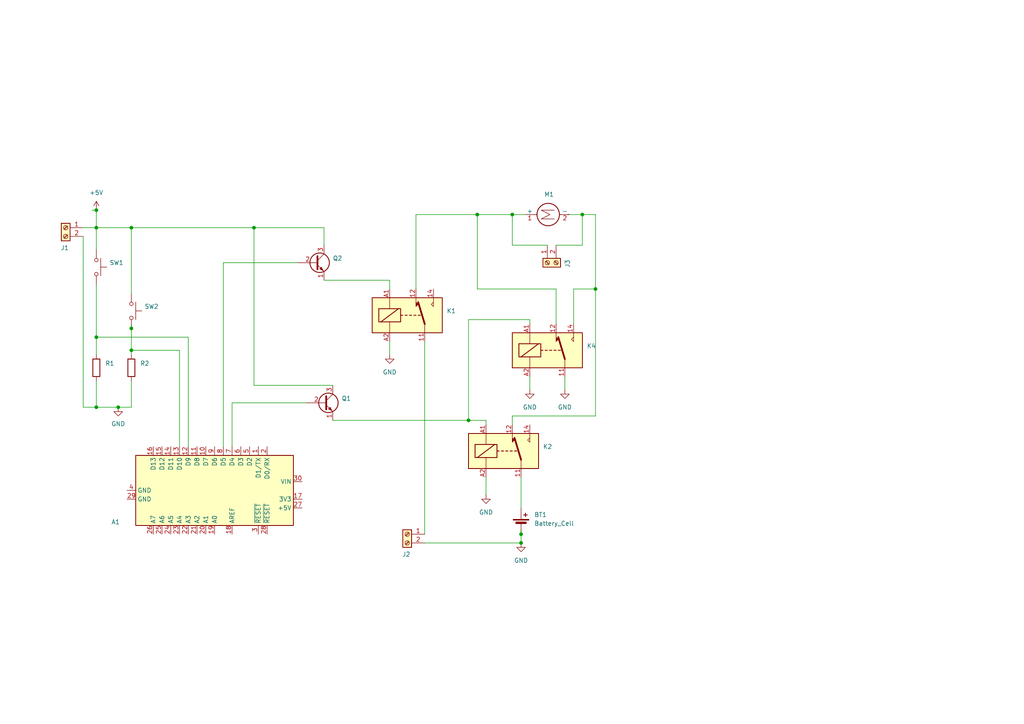
<source format=kicad_sch>
(kicad_sch
	(version 20231120)
	(generator "eeschema")
	(generator_version "8.0")
	(uuid "9732f290-064f-4008-8c00-e80d6a81918c")
	(paper "A4")
	(title_block
		(title "CAMBIO DE GIRO MOTOR")
		(date "12-OCT-2024")
		(rev "V1")
		(company "TESJI")
	)
	(lib_symbols
		(symbol "Connector:Screw_Terminal_01x02"
			(pin_names
				(offset 1.016) hide)
			(exclude_from_sim no)
			(in_bom yes)
			(on_board yes)
			(property "Reference" "J"
				(at 0 2.54 0)
				(effects
					(font
						(size 1.27 1.27)
					)
				)
			)
			(property "Value" "Screw_Terminal_01x02"
				(at 0 -5.08 0)
				(effects
					(font
						(size 1.27 1.27)
					)
				)
			)
			(property "Footprint" ""
				(at 0 0 0)
				(effects
					(font
						(size 1.27 1.27)
					)
					(hide yes)
				)
			)
			(property "Datasheet" "~"
				(at 0 0 0)
				(effects
					(font
						(size 1.27 1.27)
					)
					(hide yes)
				)
			)
			(property "Description" "Generic screw terminal, single row, 01x02, script generated (kicad-library-utils/schlib/autogen/connector/)"
				(at 0 0 0)
				(effects
					(font
						(size 1.27 1.27)
					)
					(hide yes)
				)
			)
			(property "ki_keywords" "screw terminal"
				(at 0 0 0)
				(effects
					(font
						(size 1.27 1.27)
					)
					(hide yes)
				)
			)
			(property "ki_fp_filters" "TerminalBlock*:*"
				(at 0 0 0)
				(effects
					(font
						(size 1.27 1.27)
					)
					(hide yes)
				)
			)
			(symbol "Screw_Terminal_01x02_1_1"
				(rectangle
					(start -1.27 1.27)
					(end 1.27 -3.81)
					(stroke
						(width 0.254)
						(type default)
					)
					(fill
						(type background)
					)
				)
				(circle
					(center 0 -2.54)
					(radius 0.635)
					(stroke
						(width 0.1524)
						(type default)
					)
					(fill
						(type none)
					)
				)
				(polyline
					(pts
						(xy -0.5334 -2.2098) (xy 0.3302 -3.048)
					)
					(stroke
						(width 0.1524)
						(type default)
					)
					(fill
						(type none)
					)
				)
				(polyline
					(pts
						(xy -0.5334 0.3302) (xy 0.3302 -0.508)
					)
					(stroke
						(width 0.1524)
						(type default)
					)
					(fill
						(type none)
					)
				)
				(polyline
					(pts
						(xy -0.3556 -2.032) (xy 0.508 -2.8702)
					)
					(stroke
						(width 0.1524)
						(type default)
					)
					(fill
						(type none)
					)
				)
				(polyline
					(pts
						(xy -0.3556 0.508) (xy 0.508 -0.3302)
					)
					(stroke
						(width 0.1524)
						(type default)
					)
					(fill
						(type none)
					)
				)
				(circle
					(center 0 0)
					(radius 0.635)
					(stroke
						(width 0.1524)
						(type default)
					)
					(fill
						(type none)
					)
				)
				(pin passive line
					(at -5.08 0 0)
					(length 3.81)
					(name "Pin_1"
						(effects
							(font
								(size 1.27 1.27)
							)
						)
					)
					(number "1"
						(effects
							(font
								(size 1.27 1.27)
							)
						)
					)
				)
				(pin passive line
					(at -5.08 -2.54 0)
					(length 3.81)
					(name "Pin_2"
						(effects
							(font
								(size 1.27 1.27)
							)
						)
					)
					(number "2"
						(effects
							(font
								(size 1.27 1.27)
							)
						)
					)
				)
			)
		)
		(symbol "Device:Battery_Cell"
			(pin_numbers hide)
			(pin_names
				(offset 0) hide)
			(exclude_from_sim no)
			(in_bom yes)
			(on_board yes)
			(property "Reference" "BT"
				(at 2.54 2.54 0)
				(effects
					(font
						(size 1.27 1.27)
					)
					(justify left)
				)
			)
			(property "Value" "Battery_Cell"
				(at 2.54 0 0)
				(effects
					(font
						(size 1.27 1.27)
					)
					(justify left)
				)
			)
			(property "Footprint" ""
				(at 0 1.524 90)
				(effects
					(font
						(size 1.27 1.27)
					)
					(hide yes)
				)
			)
			(property "Datasheet" "~"
				(at 0 1.524 90)
				(effects
					(font
						(size 1.27 1.27)
					)
					(hide yes)
				)
			)
			(property "Description" "Single-cell battery"
				(at 0 0 0)
				(effects
					(font
						(size 1.27 1.27)
					)
					(hide yes)
				)
			)
			(property "ki_keywords" "battery cell"
				(at 0 0 0)
				(effects
					(font
						(size 1.27 1.27)
					)
					(hide yes)
				)
			)
			(symbol "Battery_Cell_0_1"
				(rectangle
					(start -2.286 1.778)
					(end 2.286 1.524)
					(stroke
						(width 0)
						(type default)
					)
					(fill
						(type outline)
					)
				)
				(rectangle
					(start -1.524 1.016)
					(end 1.524 0.508)
					(stroke
						(width 0)
						(type default)
					)
					(fill
						(type outline)
					)
				)
				(polyline
					(pts
						(xy 0 0.762) (xy 0 0)
					)
					(stroke
						(width 0)
						(type default)
					)
					(fill
						(type none)
					)
				)
				(polyline
					(pts
						(xy 0 1.778) (xy 0 2.54)
					)
					(stroke
						(width 0)
						(type default)
					)
					(fill
						(type none)
					)
				)
				(polyline
					(pts
						(xy 0.762 3.048) (xy 1.778 3.048)
					)
					(stroke
						(width 0.254)
						(type default)
					)
					(fill
						(type none)
					)
				)
				(polyline
					(pts
						(xy 1.27 3.556) (xy 1.27 2.54)
					)
					(stroke
						(width 0.254)
						(type default)
					)
					(fill
						(type none)
					)
				)
			)
			(symbol "Battery_Cell_1_1"
				(pin passive line
					(at 0 5.08 270)
					(length 2.54)
					(name "+"
						(effects
							(font
								(size 1.27 1.27)
							)
						)
					)
					(number "1"
						(effects
							(font
								(size 1.27 1.27)
							)
						)
					)
				)
				(pin passive line
					(at 0 -2.54 90)
					(length 2.54)
					(name "-"
						(effects
							(font
								(size 1.27 1.27)
							)
						)
					)
					(number "2"
						(effects
							(font
								(size 1.27 1.27)
							)
						)
					)
				)
			)
		)
		(symbol "Device:R"
			(pin_numbers hide)
			(pin_names
				(offset 0)
			)
			(exclude_from_sim no)
			(in_bom yes)
			(on_board yes)
			(property "Reference" "R"
				(at 2.032 0 90)
				(effects
					(font
						(size 1.27 1.27)
					)
				)
			)
			(property "Value" "R"
				(at 0 0 90)
				(effects
					(font
						(size 1.27 1.27)
					)
				)
			)
			(property "Footprint" ""
				(at -1.778 0 90)
				(effects
					(font
						(size 1.27 1.27)
					)
					(hide yes)
				)
			)
			(property "Datasheet" "~"
				(at 0 0 0)
				(effects
					(font
						(size 1.27 1.27)
					)
					(hide yes)
				)
			)
			(property "Description" "Resistor"
				(at 0 0 0)
				(effects
					(font
						(size 1.27 1.27)
					)
					(hide yes)
				)
			)
			(property "ki_keywords" "R res resistor"
				(at 0 0 0)
				(effects
					(font
						(size 1.27 1.27)
					)
					(hide yes)
				)
			)
			(property "ki_fp_filters" "R_*"
				(at 0 0 0)
				(effects
					(font
						(size 1.27 1.27)
					)
					(hide yes)
				)
			)
			(symbol "R_0_1"
				(rectangle
					(start -1.016 -2.54)
					(end 1.016 2.54)
					(stroke
						(width 0.254)
						(type default)
					)
					(fill
						(type none)
					)
				)
			)
			(symbol "R_1_1"
				(pin passive line
					(at 0 3.81 270)
					(length 1.27)
					(name "~"
						(effects
							(font
								(size 1.27 1.27)
							)
						)
					)
					(number "1"
						(effects
							(font
								(size 1.27 1.27)
							)
						)
					)
				)
				(pin passive line
					(at 0 -3.81 90)
					(length 1.27)
					(name "~"
						(effects
							(font
								(size 1.27 1.27)
							)
						)
					)
					(number "2"
						(effects
							(font
								(size 1.27 1.27)
							)
						)
					)
				)
			)
		)
		(symbol "MCU_Module:Arduino_Nano_v2.x"
			(exclude_from_sim no)
			(in_bom yes)
			(on_board yes)
			(property "Reference" "A"
				(at -10.16 23.495 0)
				(effects
					(font
						(size 1.27 1.27)
					)
					(justify left bottom)
				)
			)
			(property "Value" "Arduino_Nano_v2.x"
				(at 5.08 -24.13 0)
				(effects
					(font
						(size 1.27 1.27)
					)
					(justify left top)
				)
			)
			(property "Footprint" "Module:Arduino_Nano"
				(at 0 0 0)
				(effects
					(font
						(size 1.27 1.27)
						(italic yes)
					)
					(hide yes)
				)
			)
			(property "Datasheet" "https://www.arduino.cc/en/uploads/Main/ArduinoNanoManual23.pdf"
				(at 0 0 0)
				(effects
					(font
						(size 1.27 1.27)
					)
					(hide yes)
				)
			)
			(property "Description" "Arduino Nano v2.x"
				(at 0 0 0)
				(effects
					(font
						(size 1.27 1.27)
					)
					(hide yes)
				)
			)
			(property "ki_keywords" "Arduino nano microcontroller module USB"
				(at 0 0 0)
				(effects
					(font
						(size 1.27 1.27)
					)
					(hide yes)
				)
			)
			(property "ki_fp_filters" "Arduino*Nano*"
				(at 0 0 0)
				(effects
					(font
						(size 1.27 1.27)
					)
					(hide yes)
				)
			)
			(symbol "Arduino_Nano_v2.x_0_1"
				(rectangle
					(start -10.16 22.86)
					(end 10.16 -22.86)
					(stroke
						(width 0.254)
						(type default)
					)
					(fill
						(type background)
					)
				)
			)
			(symbol "Arduino_Nano_v2.x_1_1"
				(pin bidirectional line
					(at -12.7 12.7 0)
					(length 2.54)
					(name "D1/TX"
						(effects
							(font
								(size 1.27 1.27)
							)
						)
					)
					(number "1"
						(effects
							(font
								(size 1.27 1.27)
							)
						)
					)
				)
				(pin bidirectional line
					(at -12.7 -2.54 0)
					(length 2.54)
					(name "D7"
						(effects
							(font
								(size 1.27 1.27)
							)
						)
					)
					(number "10"
						(effects
							(font
								(size 1.27 1.27)
							)
						)
					)
				)
				(pin bidirectional line
					(at -12.7 -5.08 0)
					(length 2.54)
					(name "D8"
						(effects
							(font
								(size 1.27 1.27)
							)
						)
					)
					(number "11"
						(effects
							(font
								(size 1.27 1.27)
							)
						)
					)
				)
				(pin bidirectional line
					(at -12.7 -7.62 0)
					(length 2.54)
					(name "D9"
						(effects
							(font
								(size 1.27 1.27)
							)
						)
					)
					(number "12"
						(effects
							(font
								(size 1.27 1.27)
							)
						)
					)
				)
				(pin bidirectional line
					(at -12.7 -10.16 0)
					(length 2.54)
					(name "D10"
						(effects
							(font
								(size 1.27 1.27)
							)
						)
					)
					(number "13"
						(effects
							(font
								(size 1.27 1.27)
							)
						)
					)
				)
				(pin bidirectional line
					(at -12.7 -12.7 0)
					(length 2.54)
					(name "D11"
						(effects
							(font
								(size 1.27 1.27)
							)
						)
					)
					(number "14"
						(effects
							(font
								(size 1.27 1.27)
							)
						)
					)
				)
				(pin bidirectional line
					(at -12.7 -15.24 0)
					(length 2.54)
					(name "D12"
						(effects
							(font
								(size 1.27 1.27)
							)
						)
					)
					(number "15"
						(effects
							(font
								(size 1.27 1.27)
							)
						)
					)
				)
				(pin bidirectional line
					(at -12.7 -17.78 0)
					(length 2.54)
					(name "D13"
						(effects
							(font
								(size 1.27 1.27)
							)
						)
					)
					(number "16"
						(effects
							(font
								(size 1.27 1.27)
							)
						)
					)
				)
				(pin power_out line
					(at 2.54 25.4 270)
					(length 2.54)
					(name "3V3"
						(effects
							(font
								(size 1.27 1.27)
							)
						)
					)
					(number "17"
						(effects
							(font
								(size 1.27 1.27)
							)
						)
					)
				)
				(pin input line
					(at 12.7 5.08 180)
					(length 2.54)
					(name "AREF"
						(effects
							(font
								(size 1.27 1.27)
							)
						)
					)
					(number "18"
						(effects
							(font
								(size 1.27 1.27)
							)
						)
					)
				)
				(pin bidirectional line
					(at 12.7 0 180)
					(length 2.54)
					(name "A0"
						(effects
							(font
								(size 1.27 1.27)
							)
						)
					)
					(number "19"
						(effects
							(font
								(size 1.27 1.27)
							)
						)
					)
				)
				(pin bidirectional line
					(at -12.7 15.24 0)
					(length 2.54)
					(name "D0/RX"
						(effects
							(font
								(size 1.27 1.27)
							)
						)
					)
					(number "2"
						(effects
							(font
								(size 1.27 1.27)
							)
						)
					)
				)
				(pin bidirectional line
					(at 12.7 -2.54 180)
					(length 2.54)
					(name "A1"
						(effects
							(font
								(size 1.27 1.27)
							)
						)
					)
					(number "20"
						(effects
							(font
								(size 1.27 1.27)
							)
						)
					)
				)
				(pin bidirectional line
					(at 12.7 -5.08 180)
					(length 2.54)
					(name "A2"
						(effects
							(font
								(size 1.27 1.27)
							)
						)
					)
					(number "21"
						(effects
							(font
								(size 1.27 1.27)
							)
						)
					)
				)
				(pin bidirectional line
					(at 12.7 -7.62 180)
					(length 2.54)
					(name "A3"
						(effects
							(font
								(size 1.27 1.27)
							)
						)
					)
					(number "22"
						(effects
							(font
								(size 1.27 1.27)
							)
						)
					)
				)
				(pin bidirectional line
					(at 12.7 -10.16 180)
					(length 2.54)
					(name "A4"
						(effects
							(font
								(size 1.27 1.27)
							)
						)
					)
					(number "23"
						(effects
							(font
								(size 1.27 1.27)
							)
						)
					)
				)
				(pin bidirectional line
					(at 12.7 -12.7 180)
					(length 2.54)
					(name "A5"
						(effects
							(font
								(size 1.27 1.27)
							)
						)
					)
					(number "24"
						(effects
							(font
								(size 1.27 1.27)
							)
						)
					)
				)
				(pin bidirectional line
					(at 12.7 -15.24 180)
					(length 2.54)
					(name "A6"
						(effects
							(font
								(size 1.27 1.27)
							)
						)
					)
					(number "25"
						(effects
							(font
								(size 1.27 1.27)
							)
						)
					)
				)
				(pin bidirectional line
					(at 12.7 -17.78 180)
					(length 2.54)
					(name "A7"
						(effects
							(font
								(size 1.27 1.27)
							)
						)
					)
					(number "26"
						(effects
							(font
								(size 1.27 1.27)
							)
						)
					)
				)
				(pin power_out line
					(at 5.08 25.4 270)
					(length 2.54)
					(name "+5V"
						(effects
							(font
								(size 1.27 1.27)
							)
						)
					)
					(number "27"
						(effects
							(font
								(size 1.27 1.27)
							)
						)
					)
				)
				(pin input line
					(at 12.7 15.24 180)
					(length 2.54)
					(name "~{RESET}"
						(effects
							(font
								(size 1.27 1.27)
							)
						)
					)
					(number "28"
						(effects
							(font
								(size 1.27 1.27)
							)
						)
					)
				)
				(pin power_in line
					(at 2.54 -25.4 90)
					(length 2.54)
					(name "GND"
						(effects
							(font
								(size 1.27 1.27)
							)
						)
					)
					(number "29"
						(effects
							(font
								(size 1.27 1.27)
							)
						)
					)
				)
				(pin input line
					(at 12.7 12.7 180)
					(length 2.54)
					(name "~{RESET}"
						(effects
							(font
								(size 1.27 1.27)
							)
						)
					)
					(number "3"
						(effects
							(font
								(size 1.27 1.27)
							)
						)
					)
				)
				(pin power_in line
					(at -2.54 25.4 270)
					(length 2.54)
					(name "VIN"
						(effects
							(font
								(size 1.27 1.27)
							)
						)
					)
					(number "30"
						(effects
							(font
								(size 1.27 1.27)
							)
						)
					)
				)
				(pin power_in line
					(at 0 -25.4 90)
					(length 2.54)
					(name "GND"
						(effects
							(font
								(size 1.27 1.27)
							)
						)
					)
					(number "4"
						(effects
							(font
								(size 1.27 1.27)
							)
						)
					)
				)
				(pin bidirectional line
					(at -12.7 10.16 0)
					(length 2.54)
					(name "D2"
						(effects
							(font
								(size 1.27 1.27)
							)
						)
					)
					(number "5"
						(effects
							(font
								(size 1.27 1.27)
							)
						)
					)
				)
				(pin bidirectional line
					(at -12.7 7.62 0)
					(length 2.54)
					(name "D3"
						(effects
							(font
								(size 1.27 1.27)
							)
						)
					)
					(number "6"
						(effects
							(font
								(size 1.27 1.27)
							)
						)
					)
				)
				(pin bidirectional line
					(at -12.7 5.08 0)
					(length 2.54)
					(name "D4"
						(effects
							(font
								(size 1.27 1.27)
							)
						)
					)
					(number "7"
						(effects
							(font
								(size 1.27 1.27)
							)
						)
					)
				)
				(pin bidirectional line
					(at -12.7 2.54 0)
					(length 2.54)
					(name "D5"
						(effects
							(font
								(size 1.27 1.27)
							)
						)
					)
					(number "8"
						(effects
							(font
								(size 1.27 1.27)
							)
						)
					)
				)
				(pin bidirectional line
					(at -12.7 0 0)
					(length 2.54)
					(name "D6"
						(effects
							(font
								(size 1.27 1.27)
							)
						)
					)
					(number "9"
						(effects
							(font
								(size 1.27 1.27)
							)
						)
					)
				)
			)
		)
		(symbol "Motor:Motor_DC"
			(pin_names
				(offset 0)
			)
			(exclude_from_sim no)
			(in_bom yes)
			(on_board yes)
			(property "Reference" "M"
				(at 2.54 2.54 0)
				(effects
					(font
						(size 1.27 1.27)
					)
					(justify left)
				)
			)
			(property "Value" "Motor_DC"
				(at 2.54 -5.08 0)
				(effects
					(font
						(size 1.27 1.27)
					)
					(justify left top)
				)
			)
			(property "Footprint" ""
				(at 0 -2.286 0)
				(effects
					(font
						(size 1.27 1.27)
					)
					(hide yes)
				)
			)
			(property "Datasheet" "~"
				(at 0 -2.286 0)
				(effects
					(font
						(size 1.27 1.27)
					)
					(hide yes)
				)
			)
			(property "Description" "DC Motor"
				(at 0 0 0)
				(effects
					(font
						(size 1.27 1.27)
					)
					(hide yes)
				)
			)
			(property "ki_keywords" "DC Motor"
				(at 0 0 0)
				(effects
					(font
						(size 1.27 1.27)
					)
					(hide yes)
				)
			)
			(property "ki_fp_filters" "PinHeader*P2.54mm* TerminalBlock*"
				(at 0 0 0)
				(effects
					(font
						(size 1.27 1.27)
					)
					(hide yes)
				)
			)
			(symbol "Motor_DC_0_0"
				(polyline
					(pts
						(xy -1.27 -3.302) (xy -1.27 0.508) (xy 0 -2.032) (xy 1.27 0.508) (xy 1.27 -3.302)
					)
					(stroke
						(width 0)
						(type default)
					)
					(fill
						(type none)
					)
				)
			)
			(symbol "Motor_DC_0_1"
				(circle
					(center 0 -1.524)
					(radius 3.2512)
					(stroke
						(width 0.254)
						(type default)
					)
					(fill
						(type none)
					)
				)
				(polyline
					(pts
						(xy 0 -7.62) (xy 0 -7.112)
					)
					(stroke
						(width 0)
						(type default)
					)
					(fill
						(type none)
					)
				)
				(polyline
					(pts
						(xy 0 -4.7752) (xy 0 -5.1816)
					)
					(stroke
						(width 0)
						(type default)
					)
					(fill
						(type none)
					)
				)
				(polyline
					(pts
						(xy 0 1.7272) (xy 0 2.0828)
					)
					(stroke
						(width 0)
						(type default)
					)
					(fill
						(type none)
					)
				)
				(polyline
					(pts
						(xy 0 2.032) (xy 0 2.54)
					)
					(stroke
						(width 0)
						(type default)
					)
					(fill
						(type none)
					)
				)
			)
			(symbol "Motor_DC_1_1"
				(pin passive line
					(at 0 5.08 270)
					(length 2.54)
					(name "+"
						(effects
							(font
								(size 1.27 1.27)
							)
						)
					)
					(number "1"
						(effects
							(font
								(size 1.27 1.27)
							)
						)
					)
				)
				(pin passive line
					(at 0 -7.62 90)
					(length 2.54)
					(name "-"
						(effects
							(font
								(size 1.27 1.27)
							)
						)
					)
					(number "2"
						(effects
							(font
								(size 1.27 1.27)
							)
						)
					)
				)
			)
		)
		(symbol "Relay:Fujitsu_FTR-LYCA005x"
			(exclude_from_sim no)
			(in_bom yes)
			(on_board yes)
			(property "Reference" "K"
				(at 11.43 3.81 0)
				(effects
					(font
						(size 1.27 1.27)
					)
					(justify left)
				)
			)
			(property "Value" "Fujitsu_FTR-LYCA005x"
				(at 11.43 1.27 0)
				(effects
					(font
						(size 1.27 1.27)
					)
					(justify left)
				)
			)
			(property "Footprint" "Relay_THT:Relay_SPDT_Fujitsu_FTR-LYCA005x_FormC_Vertical"
				(at 11.43 -1.27 0)
				(effects
					(font
						(size 1.27 1.27)
					)
					(justify left)
					(hide yes)
				)
			)
			(property "Datasheet" "https://www.fujitsu.com/sg/imagesgig5/ftr-ly.pdf"
				(at 16.51 -3.81 0)
				(effects
					(font
						(size 1.27 1.27)
					)
					(justify left)
					(hide yes)
				)
			)
			(property "Description" "Relay, SPDT Form C, vertical mount, 5-60V coil, 6A, 250VAC, 28 x 5 x 15mm"
				(at 0 0 0)
				(effects
					(font
						(size 1.27 1.27)
					)
					(hide yes)
				)
			)
			(property "ki_keywords" "6A SPDT Relay"
				(at 0 0 0)
				(effects
					(font
						(size 1.27 1.27)
					)
					(hide yes)
				)
			)
			(property "ki_fp_filters" "Relay*Fujitsu*FTR?LYC*"
				(at 0 0 0)
				(effects
					(font
						(size 1.27 1.27)
					)
					(hide yes)
				)
			)
			(symbol "Fujitsu_FTR-LYCA005x_0_0"
				(polyline
					(pts
						(xy 7.62 5.08) (xy 7.62 2.54) (xy 6.985 3.175) (xy 7.62 3.81)
					)
					(stroke
						(width 0)
						(type default)
					)
					(fill
						(type none)
					)
				)
			)
			(symbol "Fujitsu_FTR-LYCA005x_0_1"
				(rectangle
					(start -10.16 5.08)
					(end 10.16 -5.08)
					(stroke
						(width 0.254)
						(type default)
					)
					(fill
						(type background)
					)
				)
				(rectangle
					(start -8.255 1.905)
					(end -1.905 -1.905)
					(stroke
						(width 0.254)
						(type default)
					)
					(fill
						(type none)
					)
				)
				(polyline
					(pts
						(xy -7.62 -1.905) (xy -2.54 1.905)
					)
					(stroke
						(width 0.254)
						(type default)
					)
					(fill
						(type none)
					)
				)
				(polyline
					(pts
						(xy -5.08 -5.08) (xy -5.08 -1.905)
					)
					(stroke
						(width 0)
						(type default)
					)
					(fill
						(type none)
					)
				)
				(polyline
					(pts
						(xy -5.08 5.08) (xy -5.08 1.905)
					)
					(stroke
						(width 0)
						(type default)
					)
					(fill
						(type none)
					)
				)
				(polyline
					(pts
						(xy -1.905 0) (xy -1.27 0)
					)
					(stroke
						(width 0.254)
						(type default)
					)
					(fill
						(type none)
					)
				)
				(polyline
					(pts
						(xy -0.635 0) (xy 0 0)
					)
					(stroke
						(width 0.254)
						(type default)
					)
					(fill
						(type none)
					)
				)
				(polyline
					(pts
						(xy 0.635 0) (xy 1.27 0)
					)
					(stroke
						(width 0.254)
						(type default)
					)
					(fill
						(type none)
					)
				)
				(polyline
					(pts
						(xy 1.905 0) (xy 2.54 0)
					)
					(stroke
						(width 0.254)
						(type default)
					)
					(fill
						(type none)
					)
				)
				(polyline
					(pts
						(xy 3.175 0) (xy 3.81 0)
					)
					(stroke
						(width 0.254)
						(type default)
					)
					(fill
						(type none)
					)
				)
				(polyline
					(pts
						(xy 5.08 -2.54) (xy 3.175 3.81)
					)
					(stroke
						(width 0.508)
						(type default)
					)
					(fill
						(type none)
					)
				)
				(polyline
					(pts
						(xy 5.08 -2.54) (xy 5.08 -5.08)
					)
					(stroke
						(width 0)
						(type default)
					)
					(fill
						(type none)
					)
				)
				(polyline
					(pts
						(xy 2.54 5.08) (xy 2.54 2.54) (xy 3.175 3.175) (xy 2.54 3.81)
					)
					(stroke
						(width 0)
						(type default)
					)
					(fill
						(type outline)
					)
				)
			)
			(symbol "Fujitsu_FTR-LYCA005x_1_1"
				(pin passive line
					(at 5.08 -7.62 90)
					(length 2.54)
					(name "~"
						(effects
							(font
								(size 1.27 1.27)
							)
						)
					)
					(number "11"
						(effects
							(font
								(size 1.27 1.27)
							)
						)
					)
				)
				(pin passive line
					(at 2.54 7.62 270)
					(length 2.54)
					(name "~"
						(effects
							(font
								(size 1.27 1.27)
							)
						)
					)
					(number "12"
						(effects
							(font
								(size 1.27 1.27)
							)
						)
					)
				)
				(pin passive line
					(at 7.62 7.62 270)
					(length 2.54)
					(name "~"
						(effects
							(font
								(size 1.27 1.27)
							)
						)
					)
					(number "14"
						(effects
							(font
								(size 1.27 1.27)
							)
						)
					)
				)
				(pin passive line
					(at -5.08 7.62 270)
					(length 2.54)
					(name "~"
						(effects
							(font
								(size 1.27 1.27)
							)
						)
					)
					(number "A1"
						(effects
							(font
								(size 1.27 1.27)
							)
						)
					)
				)
				(pin passive line
					(at -5.08 -7.62 90)
					(length 2.54)
					(name "~"
						(effects
							(font
								(size 1.27 1.27)
							)
						)
					)
					(number "A2"
						(effects
							(font
								(size 1.27 1.27)
							)
						)
					)
				)
			)
		)
		(symbol "Switch:SW_Push"
			(pin_numbers hide)
			(pin_names
				(offset 1.016) hide)
			(exclude_from_sim no)
			(in_bom yes)
			(on_board yes)
			(property "Reference" "SW"
				(at 1.27 2.54 0)
				(effects
					(font
						(size 1.27 1.27)
					)
					(justify left)
				)
			)
			(property "Value" "SW_Push"
				(at 0 -1.524 0)
				(effects
					(font
						(size 1.27 1.27)
					)
				)
			)
			(property "Footprint" ""
				(at 0 5.08 0)
				(effects
					(font
						(size 1.27 1.27)
					)
					(hide yes)
				)
			)
			(property "Datasheet" "~"
				(at 0 5.08 0)
				(effects
					(font
						(size 1.27 1.27)
					)
					(hide yes)
				)
			)
			(property "Description" "Push button switch, generic, two pins"
				(at 0 0 0)
				(effects
					(font
						(size 1.27 1.27)
					)
					(hide yes)
				)
			)
			(property "ki_keywords" "switch normally-open pushbutton push-button"
				(at 0 0 0)
				(effects
					(font
						(size 1.27 1.27)
					)
					(hide yes)
				)
			)
			(symbol "SW_Push_0_1"
				(circle
					(center -2.032 0)
					(radius 0.508)
					(stroke
						(width 0)
						(type default)
					)
					(fill
						(type none)
					)
				)
				(polyline
					(pts
						(xy 0 1.27) (xy 0 3.048)
					)
					(stroke
						(width 0)
						(type default)
					)
					(fill
						(type none)
					)
				)
				(polyline
					(pts
						(xy 2.54 1.27) (xy -2.54 1.27)
					)
					(stroke
						(width 0)
						(type default)
					)
					(fill
						(type none)
					)
				)
				(circle
					(center 2.032 0)
					(radius 0.508)
					(stroke
						(width 0)
						(type default)
					)
					(fill
						(type none)
					)
				)
				(pin passive line
					(at -5.08 0 0)
					(length 2.54)
					(name "1"
						(effects
							(font
								(size 1.27 1.27)
							)
						)
					)
					(number "1"
						(effects
							(font
								(size 1.27 1.27)
							)
						)
					)
				)
				(pin passive line
					(at 5.08 0 180)
					(length 2.54)
					(name "2"
						(effects
							(font
								(size 1.27 1.27)
							)
						)
					)
					(number "2"
						(effects
							(font
								(size 1.27 1.27)
							)
						)
					)
				)
			)
		)
		(symbol "Transistor_BJT:BC107"
			(pin_names
				(offset 0) hide)
			(exclude_from_sim no)
			(in_bom yes)
			(on_board yes)
			(property "Reference" "Q"
				(at 5.08 1.905 0)
				(effects
					(font
						(size 1.27 1.27)
					)
					(justify left)
				)
			)
			(property "Value" "BC107"
				(at 5.08 0 0)
				(effects
					(font
						(size 1.27 1.27)
					)
					(justify left)
				)
			)
			(property "Footprint" "Package_TO_SOT_THT:TO-18-3"
				(at 5.08 -1.905 0)
				(effects
					(font
						(size 1.27 1.27)
						(italic yes)
					)
					(justify left)
					(hide yes)
				)
			)
			(property "Datasheet" "http://www.b-kainka.de/Daten/Transistor/BC108.pdf"
				(at 0 0 0)
				(effects
					(font
						(size 1.27 1.27)
					)
					(justify left)
					(hide yes)
				)
			)
			(property "Description" "0.1A Ic, 50V Vce, Low Noise General Purpose NPN Transistor, TO-18"
				(at 0 0 0)
				(effects
					(font
						(size 1.27 1.27)
					)
					(hide yes)
				)
			)
			(property "ki_keywords" "NPN low noise transistor"
				(at 0 0 0)
				(effects
					(font
						(size 1.27 1.27)
					)
					(hide yes)
				)
			)
			(property "ki_fp_filters" "TO?18*"
				(at 0 0 0)
				(effects
					(font
						(size 1.27 1.27)
					)
					(hide yes)
				)
			)
			(symbol "BC107_0_1"
				(polyline
					(pts
						(xy 0.635 0.635) (xy 2.54 2.54)
					)
					(stroke
						(width 0)
						(type default)
					)
					(fill
						(type none)
					)
				)
				(polyline
					(pts
						(xy 0.635 -0.635) (xy 2.54 -2.54) (xy 2.54 -2.54)
					)
					(stroke
						(width 0)
						(type default)
					)
					(fill
						(type none)
					)
				)
				(polyline
					(pts
						(xy 0.635 1.905) (xy 0.635 -1.905) (xy 0.635 -1.905)
					)
					(stroke
						(width 0.508)
						(type default)
					)
					(fill
						(type none)
					)
				)
				(polyline
					(pts
						(xy 1.27 -1.778) (xy 1.778 -1.27) (xy 2.286 -2.286) (xy 1.27 -1.778) (xy 1.27 -1.778)
					)
					(stroke
						(width 0)
						(type default)
					)
					(fill
						(type outline)
					)
				)
				(circle
					(center 1.27 0)
					(radius 2.8194)
					(stroke
						(width 0.254)
						(type default)
					)
					(fill
						(type none)
					)
				)
			)
			(symbol "BC107_1_1"
				(pin passive line
					(at 2.54 -5.08 90)
					(length 2.54)
					(name "E"
						(effects
							(font
								(size 1.27 1.27)
							)
						)
					)
					(number "1"
						(effects
							(font
								(size 1.27 1.27)
							)
						)
					)
				)
				(pin input line
					(at -5.08 0 0)
					(length 5.715)
					(name "B"
						(effects
							(font
								(size 1.27 1.27)
							)
						)
					)
					(number "2"
						(effects
							(font
								(size 1.27 1.27)
							)
						)
					)
				)
				(pin passive line
					(at 2.54 5.08 270)
					(length 2.54)
					(name "C"
						(effects
							(font
								(size 1.27 1.27)
							)
						)
					)
					(number "3"
						(effects
							(font
								(size 1.27 1.27)
							)
						)
					)
				)
			)
		)
		(symbol "power:+5V"
			(power)
			(pin_numbers hide)
			(pin_names
				(offset 0) hide)
			(exclude_from_sim no)
			(in_bom yes)
			(on_board yes)
			(property "Reference" "#PWR"
				(at 0 -3.81 0)
				(effects
					(font
						(size 1.27 1.27)
					)
					(hide yes)
				)
			)
			(property "Value" "+5V"
				(at 0 3.556 0)
				(effects
					(font
						(size 1.27 1.27)
					)
				)
			)
			(property "Footprint" ""
				(at 0 0 0)
				(effects
					(font
						(size 1.27 1.27)
					)
					(hide yes)
				)
			)
			(property "Datasheet" ""
				(at 0 0 0)
				(effects
					(font
						(size 1.27 1.27)
					)
					(hide yes)
				)
			)
			(property "Description" "Power symbol creates a global label with name \"+5V\""
				(at 0 0 0)
				(effects
					(font
						(size 1.27 1.27)
					)
					(hide yes)
				)
			)
			(property "ki_keywords" "global power"
				(at 0 0 0)
				(effects
					(font
						(size 1.27 1.27)
					)
					(hide yes)
				)
			)
			(symbol "+5V_0_1"
				(polyline
					(pts
						(xy -0.762 1.27) (xy 0 2.54)
					)
					(stroke
						(width 0)
						(type default)
					)
					(fill
						(type none)
					)
				)
				(polyline
					(pts
						(xy 0 0) (xy 0 2.54)
					)
					(stroke
						(width 0)
						(type default)
					)
					(fill
						(type none)
					)
				)
				(polyline
					(pts
						(xy 0 2.54) (xy 0.762 1.27)
					)
					(stroke
						(width 0)
						(type default)
					)
					(fill
						(type none)
					)
				)
			)
			(symbol "+5V_1_1"
				(pin power_in line
					(at 0 0 90)
					(length 0)
					(name "~"
						(effects
							(font
								(size 1.27 1.27)
							)
						)
					)
					(number "1"
						(effects
							(font
								(size 1.27 1.27)
							)
						)
					)
				)
			)
		)
		(symbol "power:GND"
			(power)
			(pin_numbers hide)
			(pin_names
				(offset 0) hide)
			(exclude_from_sim no)
			(in_bom yes)
			(on_board yes)
			(property "Reference" "#PWR"
				(at 0 -6.35 0)
				(effects
					(font
						(size 1.27 1.27)
					)
					(hide yes)
				)
			)
			(property "Value" "GND"
				(at 0 -3.81 0)
				(effects
					(font
						(size 1.27 1.27)
					)
				)
			)
			(property "Footprint" ""
				(at 0 0 0)
				(effects
					(font
						(size 1.27 1.27)
					)
					(hide yes)
				)
			)
			(property "Datasheet" ""
				(at 0 0 0)
				(effects
					(font
						(size 1.27 1.27)
					)
					(hide yes)
				)
			)
			(property "Description" "Power symbol creates a global label with name \"GND\" , ground"
				(at 0 0 0)
				(effects
					(font
						(size 1.27 1.27)
					)
					(hide yes)
				)
			)
			(property "ki_keywords" "global power"
				(at 0 0 0)
				(effects
					(font
						(size 1.27 1.27)
					)
					(hide yes)
				)
			)
			(symbol "GND_0_1"
				(polyline
					(pts
						(xy 0 0) (xy 0 -1.27) (xy 1.27 -1.27) (xy 0 -2.54) (xy -1.27 -1.27) (xy 0 -1.27)
					)
					(stroke
						(width 0)
						(type default)
					)
					(fill
						(type none)
					)
				)
			)
			(symbol "GND_1_1"
				(pin power_in line
					(at 0 0 270)
					(length 0)
					(name "~"
						(effects
							(font
								(size 1.27 1.27)
							)
						)
					)
					(number "1"
						(effects
							(font
								(size 1.27 1.27)
							)
						)
					)
				)
			)
		)
	)
	(junction
		(at 27.94 118.11)
		(diameter 0)
		(color 0 0 0 0)
		(uuid "078f6862-6e4d-4f5f-9c5c-97f9dfc6f8f1")
	)
	(junction
		(at 151.13 157.48)
		(diameter 0)
		(color 0 0 0 0)
		(uuid "09cc8bc7-ce10-459a-af0b-35acbe9be4fb")
	)
	(junction
		(at 138.43 62.23)
		(diameter 0)
		(color 0 0 0 0)
		(uuid "140d9429-ff0b-4512-829d-00c3c0fdb751")
	)
	(junction
		(at 38.1 101.6)
		(diameter 0)
		(color 0 0 0 0)
		(uuid "1932e0df-8431-4503-ae73-2c54559e55c9")
	)
	(junction
		(at 27.94 66.04)
		(diameter 0)
		(color 0 0 0 0)
		(uuid "1f00a709-0a35-4f71-b320-db98a5ea192d")
	)
	(junction
		(at 38.1 95.25)
		(diameter 0)
		(color 0 0 0 0)
		(uuid "2c7a608d-3e6d-43e8-832f-ec88485b6d0b")
	)
	(junction
		(at 151.13 154.94)
		(diameter 0)
		(color 0 0 0 0)
		(uuid "3940e98d-e43c-4290-8016-1aa39cafefd7")
	)
	(junction
		(at 34.29 118.11)
		(diameter 0)
		(color 0 0 0 0)
		(uuid "3b417347-49b2-49a9-865a-89fdb7c734a2")
	)
	(junction
		(at 27.94 60.96)
		(diameter 0)
		(color 0 0 0 0)
		(uuid "3c1be6b1-da6e-4604-885c-da54263398c6")
	)
	(junction
		(at 38.1 66.04)
		(diameter 0)
		(color 0 0 0 0)
		(uuid "52be19dd-f577-4e3b-b482-43f069754b42")
	)
	(junction
		(at 73.66 66.04)
		(diameter 0)
		(color 0 0 0 0)
		(uuid "73a9cb48-3369-426b-b0b0-493eb55867aa")
	)
	(junction
		(at 135.89 121.92)
		(diameter 0)
		(color 0 0 0 0)
		(uuid "77e5df3f-6032-4453-8b8a-01e6da354d5d")
	)
	(junction
		(at 168.91 62.23)
		(diameter 0)
		(color 0 0 0 0)
		(uuid "9fb383ca-8b4a-488f-b1c0-6751ea4b6e6e")
	)
	(junction
		(at 172.72 83.82)
		(diameter 0)
		(color 0 0 0 0)
		(uuid "ca8fd259-1480-4e2e-8333-046fe2b1830f")
	)
	(junction
		(at 27.94 97.79)
		(diameter 0)
		(color 0 0 0 0)
		(uuid "e479802f-881d-4b18-a973-cd7bf5facfd3")
	)
	(junction
		(at 148.59 62.23)
		(diameter 0)
		(color 0 0 0 0)
		(uuid "ee92f39f-c288-4670-ae3c-6ab48ff72d4b")
	)
	(wire
		(pts
			(xy 166.37 83.82) (xy 172.72 83.82)
		)
		(stroke
			(width 0)
			(type default)
		)
		(uuid "0153c80c-02e9-4d94-a674-f6afd75483c6")
	)
	(wire
		(pts
			(xy 138.43 83.82) (xy 138.43 62.23)
		)
		(stroke
			(width 0)
			(type default)
		)
		(uuid "03878f2c-70a9-442d-a9d3-d7278d31ff0e")
	)
	(wire
		(pts
			(xy 148.59 123.19) (xy 148.59 120.65)
		)
		(stroke
			(width 0)
			(type default)
		)
		(uuid "0e2209c5-cc90-4973-9e9a-aa439f25df78")
	)
	(wire
		(pts
			(xy 140.97 121.92) (xy 140.97 123.19)
		)
		(stroke
			(width 0)
			(type default)
		)
		(uuid "0e6e8018-b3c4-4494-a054-618e4096278f")
	)
	(wire
		(pts
			(xy 64.77 129.54) (xy 64.77 76.2)
		)
		(stroke
			(width 0)
			(type default)
		)
		(uuid "111f28ba-de8f-4cc8-8da9-f608c257bf8e")
	)
	(wire
		(pts
			(xy 38.1 95.25) (xy 38.1 101.6)
		)
		(stroke
			(width 0)
			(type default)
		)
		(uuid "1cb1468d-27ba-4aeb-8887-97fa7d197aea")
	)
	(wire
		(pts
			(xy 120.65 62.23) (xy 138.43 62.23)
		)
		(stroke
			(width 0)
			(type default)
		)
		(uuid "2565ca44-4b1f-4faa-af1a-f5c737488f47")
	)
	(wire
		(pts
			(xy 148.59 120.65) (xy 172.72 120.65)
		)
		(stroke
			(width 0)
			(type default)
		)
		(uuid "298b5839-dd5b-4168-b278-37ce74b67dd9")
	)
	(wire
		(pts
			(xy 168.91 62.23) (xy 165.1 62.23)
		)
		(stroke
			(width 0)
			(type default)
		)
		(uuid "2e80e4f0-f87c-48d9-9a9e-1fc455e7a0e5")
	)
	(wire
		(pts
			(xy 24.13 118.11) (xy 27.94 118.11)
		)
		(stroke
			(width 0)
			(type default)
		)
		(uuid "344bc2f6-d393-48ac-844a-456797e7c9b6")
	)
	(wire
		(pts
			(xy 123.19 99.06) (xy 123.19 154.94)
		)
		(stroke
			(width 0)
			(type default)
		)
		(uuid "36655f5a-74d4-4108-bef7-7fc38275ad91")
	)
	(wire
		(pts
			(xy 38.1 66.04) (xy 73.66 66.04)
		)
		(stroke
			(width 0)
			(type default)
		)
		(uuid "38a55683-e671-49ee-ae10-a9a36929842c")
	)
	(wire
		(pts
			(xy 153.67 92.71) (xy 135.89 92.71)
		)
		(stroke
			(width 0)
			(type default)
		)
		(uuid "422a44e6-c370-43bd-ab0d-faace14eb921")
	)
	(wire
		(pts
			(xy 96.52 111.76) (xy 73.66 111.76)
		)
		(stroke
			(width 0)
			(type default)
		)
		(uuid "42799eed-661e-425b-a910-866ba1b4199a")
	)
	(wire
		(pts
			(xy 27.94 110.49) (xy 27.94 118.11)
		)
		(stroke
			(width 0)
			(type default)
		)
		(uuid "442a12e8-6fb6-4347-8b0a-92944e14b131")
	)
	(wire
		(pts
			(xy 161.29 83.82) (xy 138.43 83.82)
		)
		(stroke
			(width 0)
			(type default)
		)
		(uuid "4d85062d-b7df-4ece-9358-4511e1c4581f")
	)
	(wire
		(pts
			(xy 38.1 85.09) (xy 38.1 66.04)
		)
		(stroke
			(width 0)
			(type default)
		)
		(uuid "4f684f1e-5469-42e2-bb8d-acd9b8e64e11")
	)
	(wire
		(pts
			(xy 168.91 71.12) (xy 168.91 62.23)
		)
		(stroke
			(width 0)
			(type default)
		)
		(uuid "5440f533-dabf-4180-8469-3c8d02387195")
	)
	(wire
		(pts
			(xy 113.03 99.06) (xy 113.03 102.87)
		)
		(stroke
			(width 0)
			(type default)
		)
		(uuid "5fd03c27-1592-420a-9911-10b8b1337363")
	)
	(wire
		(pts
			(xy 172.72 83.82) (xy 172.72 120.65)
		)
		(stroke
			(width 0)
			(type default)
		)
		(uuid "62fb6da6-2c92-455f-ad36-3189c0d40477")
	)
	(wire
		(pts
			(xy 113.03 83.82) (xy 113.03 81.28)
		)
		(stroke
			(width 0)
			(type default)
		)
		(uuid "6352c9ca-4e7e-4366-9be1-4b69c8a1711d")
	)
	(wire
		(pts
			(xy 166.37 93.98) (xy 166.37 83.82)
		)
		(stroke
			(width 0)
			(type default)
		)
		(uuid "63ea5e78-7dd0-4d16-8555-858786b4ba4e")
	)
	(wire
		(pts
			(xy 52.07 101.6) (xy 38.1 101.6)
		)
		(stroke
			(width 0)
			(type default)
		)
		(uuid "64c3c91b-7986-4ff2-9674-99abab89d0f8")
	)
	(wire
		(pts
			(xy 96.52 121.92) (xy 135.89 121.92)
		)
		(stroke
			(width 0)
			(type default)
		)
		(uuid "6772e7a1-97c2-4e9b-94a6-4cb096ef5a7b")
	)
	(wire
		(pts
			(xy 151.13 154.94) (xy 151.13 157.48)
		)
		(stroke
			(width 0)
			(type default)
		)
		(uuid "683ef71e-0288-4496-962e-4a52d289aaa5")
	)
	(wire
		(pts
			(xy 161.29 71.12) (xy 168.91 71.12)
		)
		(stroke
			(width 0)
			(type default)
		)
		(uuid "686a7c99-e361-414b-8fe5-4f5f6d524f36")
	)
	(wire
		(pts
			(xy 140.97 138.43) (xy 140.97 143.51)
		)
		(stroke
			(width 0)
			(type default)
		)
		(uuid "6f8ee069-a1b1-4bd8-b0e3-0f6c1a612046")
	)
	(wire
		(pts
			(xy 93.98 71.12) (xy 93.98 66.04)
		)
		(stroke
			(width 0)
			(type default)
		)
		(uuid "7251852e-cfef-4013-b14c-e055c970c883")
	)
	(wire
		(pts
			(xy 54.61 97.79) (xy 27.94 97.79)
		)
		(stroke
			(width 0)
			(type default)
		)
		(uuid "778838eb-005b-412a-b19f-848d161d864d")
	)
	(wire
		(pts
			(xy 120.65 62.23) (xy 120.65 83.82)
		)
		(stroke
			(width 0)
			(type default)
		)
		(uuid "7d197c50-5430-4263-9352-5f44a37f7db4")
	)
	(wire
		(pts
			(xy 24.13 66.04) (xy 27.94 66.04)
		)
		(stroke
			(width 0)
			(type default)
		)
		(uuid "7d8ce856-3c30-4bbd-b19f-e811677cfb58")
	)
	(wire
		(pts
			(xy 27.94 60.96) (xy 27.94 66.04)
		)
		(stroke
			(width 0)
			(type default)
		)
		(uuid "7f1f5928-c295-4db9-beb3-bd70653da436")
	)
	(wire
		(pts
			(xy 27.94 72.39) (xy 27.94 66.04)
		)
		(stroke
			(width 0)
			(type default)
		)
		(uuid "7f659090-f65a-44b8-aee1-5e7ec7e68ccc")
	)
	(wire
		(pts
			(xy 172.72 62.23) (xy 168.91 62.23)
		)
		(stroke
			(width 0)
			(type default)
		)
		(uuid "833e7818-5e41-4240-9419-92b4cc7735e8")
	)
	(wire
		(pts
			(xy 73.66 66.04) (xy 93.98 66.04)
		)
		(stroke
			(width 0)
			(type default)
		)
		(uuid "86756081-fac8-49af-810a-f37854346634")
	)
	(wire
		(pts
			(xy 153.67 109.22) (xy 153.67 113.03)
		)
		(stroke
			(width 0)
			(type default)
		)
		(uuid "8732438d-fdfb-4e41-9e26-e41c1cbbb536")
	)
	(wire
		(pts
			(xy 67.31 116.84) (xy 88.9 116.84)
		)
		(stroke
			(width 0)
			(type default)
		)
		(uuid "8f07c3c4-7af2-490e-be82-132f768498f9")
	)
	(wire
		(pts
			(xy 161.29 93.98) (xy 161.29 83.82)
		)
		(stroke
			(width 0)
			(type default)
		)
		(uuid "906fdd05-929b-4e54-8330-999bd266166e")
	)
	(wire
		(pts
			(xy 113.03 81.28) (xy 93.98 81.28)
		)
		(stroke
			(width 0)
			(type default)
		)
		(uuid "93af4052-3df7-406c-9164-2182a19ae705")
	)
	(wire
		(pts
			(xy 163.83 109.22) (xy 163.83 113.03)
		)
		(stroke
			(width 0)
			(type default)
		)
		(uuid "ac8b02e2-6e76-4200-aae2-23d40fbb20d7")
	)
	(wire
		(pts
			(xy 148.59 62.23) (xy 152.4 62.23)
		)
		(stroke
			(width 0)
			(type default)
		)
		(uuid "ade2f549-8eb0-46a8-8c56-960ea3c212df")
	)
	(wire
		(pts
			(xy 172.72 83.82) (xy 172.72 62.23)
		)
		(stroke
			(width 0)
			(type default)
		)
		(uuid "b27c7c9e-7925-4cca-ade5-49a1adae7b8d")
	)
	(wire
		(pts
			(xy 24.13 68.58) (xy 24.13 118.11)
		)
		(stroke
			(width 0)
			(type default)
		)
		(uuid "b2daefd5-992f-4ed1-b3c7-00c2876be9b5")
	)
	(wire
		(pts
			(xy 135.89 121.92) (xy 140.97 121.92)
		)
		(stroke
			(width 0)
			(type default)
		)
		(uuid "b9828d2b-1d6d-4d9e-86c1-136cd0ab9a5b")
	)
	(wire
		(pts
			(xy 135.89 92.71) (xy 135.89 121.92)
		)
		(stroke
			(width 0)
			(type default)
		)
		(uuid "ba574eaa-a4c9-4b56-8e2b-94b4250691b5")
	)
	(wire
		(pts
			(xy 27.94 66.04) (xy 38.1 66.04)
		)
		(stroke
			(width 0)
			(type default)
		)
		(uuid "baa868b3-4aa4-4e31-a387-df6e11e4011d")
	)
	(wire
		(pts
			(xy 158.75 71.12) (xy 148.59 71.12)
		)
		(stroke
			(width 0)
			(type default)
		)
		(uuid "bbea7889-8b64-4d81-a1cd-64010897d7df")
	)
	(wire
		(pts
			(xy 153.67 92.71) (xy 153.67 93.98)
		)
		(stroke
			(width 0)
			(type default)
		)
		(uuid "c4b31a6c-0547-4445-8d6d-d79f3e33280d")
	)
	(wire
		(pts
			(xy 151.13 153.67) (xy 151.13 154.94)
		)
		(stroke
			(width 0)
			(type default)
		)
		(uuid "c4eba133-4b4e-4f57-995e-6c518ea1d2f9")
	)
	(wire
		(pts
			(xy 27.94 118.11) (xy 34.29 118.11)
		)
		(stroke
			(width 0)
			(type default)
		)
		(uuid "ca3ec417-d5d3-441e-81c6-711879c50ecb")
	)
	(wire
		(pts
			(xy 151.13 138.43) (xy 151.13 147.32)
		)
		(stroke
			(width 0)
			(type default)
		)
		(uuid "cc201cb9-9b6a-4633-ae66-e09d4f7742aa")
	)
	(wire
		(pts
			(xy 38.1 101.6) (xy 38.1 102.87)
		)
		(stroke
			(width 0)
			(type default)
		)
		(uuid "cdce8501-bcdd-4b70-a4fb-486984c2521c")
	)
	(wire
		(pts
			(xy 52.07 129.54) (xy 52.07 101.6)
		)
		(stroke
			(width 0)
			(type default)
		)
		(uuid "ceb5aa37-a8f7-4cff-80aa-956445ded14e")
	)
	(wire
		(pts
			(xy 34.29 118.11) (xy 38.1 118.11)
		)
		(stroke
			(width 0)
			(type default)
		)
		(uuid "d150bcf5-4667-4e43-ac96-7302dcd6e1b9")
	)
	(wire
		(pts
			(xy 67.31 129.54) (xy 67.31 116.84)
		)
		(stroke
			(width 0)
			(type default)
		)
		(uuid "d4c39996-9a46-49fa-b36e-2a5471a7b3b3")
	)
	(wire
		(pts
			(xy 26.67 60.96) (xy 27.94 60.96)
		)
		(stroke
			(width 0)
			(type default)
		)
		(uuid "da1050e2-5c3c-4819-8aba-29390f7b0c25")
	)
	(wire
		(pts
			(xy 123.19 157.48) (xy 151.13 157.48)
		)
		(stroke
			(width 0)
			(type default)
		)
		(uuid "dd086bd3-cd47-4dd9-9786-07554fd01af5")
	)
	(wire
		(pts
			(xy 38.1 110.49) (xy 38.1 118.11)
		)
		(stroke
			(width 0)
			(type default)
		)
		(uuid "dd80a6c5-4e14-413b-8fbb-7391271dad7b")
	)
	(wire
		(pts
			(xy 27.94 82.55) (xy 27.94 97.79)
		)
		(stroke
			(width 0)
			(type default)
		)
		(uuid "de8583af-83e9-42f8-87c7-6a6c58e04746")
	)
	(wire
		(pts
			(xy 54.61 129.54) (xy 54.61 97.79)
		)
		(stroke
			(width 0)
			(type default)
		)
		(uuid "e865f8f4-a69b-4a36-8923-5a3f31818caa")
	)
	(wire
		(pts
			(xy 148.59 62.23) (xy 148.59 71.12)
		)
		(stroke
			(width 0)
			(type default)
		)
		(uuid "eaed6cd1-92b3-43ab-bea2-f3e576865a5a")
	)
	(wire
		(pts
			(xy 64.77 76.2) (xy 86.36 76.2)
		)
		(stroke
			(width 0)
			(type default)
		)
		(uuid "ede2f8a2-9327-4bf1-9f6d-a417aa739216")
	)
	(wire
		(pts
			(xy 27.94 97.79) (xy 27.94 102.87)
		)
		(stroke
			(width 0)
			(type default)
		)
		(uuid "f578e904-0c72-4f45-9f50-abed365c7c37")
	)
	(wire
		(pts
			(xy 38.1 93.98) (xy 38.1 95.25)
		)
		(stroke
			(width 0)
			(type default)
		)
		(uuid "fa8a12b7-1830-4365-b24c-b994b2f5c79c")
	)
	(wire
		(pts
			(xy 138.43 62.23) (xy 148.59 62.23)
		)
		(stroke
			(width 0)
			(type default)
		)
		(uuid "fba6a83d-9063-437d-9f71-52edfe6f3ead")
	)
	(wire
		(pts
			(xy 73.66 66.04) (xy 73.66 111.76)
		)
		(stroke
			(width 0)
			(type default)
		)
		(uuid "fc8d474c-24b4-4e0d-8e45-00b45004cb7e")
	)
	(symbol
		(lib_id "power:GND")
		(at 153.67 113.03 0)
		(unit 1)
		(exclude_from_sim no)
		(in_bom yes)
		(on_board yes)
		(dnp no)
		(uuid "0a2eb80d-ab3c-4b47-90e9-376d24bae8e2")
		(property "Reference" "#PWR06"
			(at 153.67 119.38 0)
			(effects
				(font
					(size 1.27 1.27)
				)
				(hide yes)
			)
		)
		(property "Value" "GND"
			(at 153.67 118.11 0)
			(effects
				(font
					(size 1.27 1.27)
				)
			)
		)
		(property "Footprint" ""
			(at 153.67 113.03 0)
			(effects
				(font
					(size 1.27 1.27)
				)
				(hide yes)
			)
		)
		(property "Datasheet" ""
			(at 153.67 113.03 0)
			(effects
				(font
					(size 1.27 1.27)
				)
				(hide yes)
			)
		)
		(property "Description" "Power symbol creates a global label with name \"GND\" , ground"
			(at 153.67 113.03 0)
			(effects
				(font
					(size 1.27 1.27)
				)
				(hide yes)
			)
		)
		(pin "1"
			(uuid "480eebd7-35f1-4efd-bd66-6e44cb5bc14f")
		)
		(instances
			(project "Giro_motor"
				(path "/9732f290-064f-4008-8c00-e80d6a81918c"
					(reference "#PWR06")
					(unit 1)
				)
			)
		)
	)
	(symbol
		(lib_id "power:+5V")
		(at 27.94 60.96 0)
		(unit 1)
		(exclude_from_sim no)
		(in_bom yes)
		(on_board yes)
		(dnp no)
		(fields_autoplaced yes)
		(uuid "32ad350a-765e-4f17-a566-44fca327dd46")
		(property "Reference" "#PWR02"
			(at 27.94 64.77 0)
			(effects
				(font
					(size 1.27 1.27)
				)
				(hide yes)
			)
		)
		(property "Value" "+5V"
			(at 27.94 55.88 0)
			(effects
				(font
					(size 1.27 1.27)
				)
			)
		)
		(property "Footprint" ""
			(at 27.94 60.96 0)
			(effects
				(font
					(size 1.27 1.27)
				)
				(hide yes)
			)
		)
		(property "Datasheet" ""
			(at 27.94 60.96 0)
			(effects
				(font
					(size 1.27 1.27)
				)
				(hide yes)
			)
		)
		(property "Description" "Power symbol creates a global label with name \"+5V\""
			(at 27.94 60.96 0)
			(effects
				(font
					(size 1.27 1.27)
				)
				(hide yes)
			)
		)
		(pin "1"
			(uuid "f00525e9-57e7-41e7-a4db-1db266e5a0ce")
		)
		(instances
			(project ""
				(path "/9732f290-064f-4008-8c00-e80d6a81918c"
					(reference "#PWR02")
					(unit 1)
				)
			)
		)
	)
	(symbol
		(lib_id "Transistor_BJT:BC107")
		(at 93.98 116.84 0)
		(unit 1)
		(exclude_from_sim no)
		(in_bom yes)
		(on_board yes)
		(dnp no)
		(fields_autoplaced yes)
		(uuid "4cdb4b4c-e065-4947-9251-7da00f53b333")
		(property "Reference" "Q1"
			(at 99.06 115.5699 0)
			(effects
				(font
					(size 1.27 1.27)
				)
				(justify left)
			)
		)
		(property "Value" "BC107"
			(at 99.06 118.1099 0)
			(effects
				(font
					(size 1.27 1.27)
				)
				(justify left)
				(hide yes)
			)
		)
		(property "Footprint" "Package_TO_SOT_THT:TO-18-3"
			(at 99.06 118.745 0)
			(effects
				(font
					(size 1.27 1.27)
					(italic yes)
				)
				(justify left)
				(hide yes)
			)
		)
		(property "Datasheet" "http://www.b-kainka.de/Daten/Transistor/BC108.pdf"
			(at 93.98 116.84 0)
			(effects
				(font
					(size 1.27 1.27)
				)
				(justify left)
				(hide yes)
			)
		)
		(property "Description" "0.1A Ic, 50V Vce, Low Noise General Purpose NPN Transistor, TO-18"
			(at 93.98 116.84 0)
			(effects
				(font
					(size 1.27 1.27)
				)
				(hide yes)
			)
		)
		(pin "3"
			(uuid "c5ac319e-79cc-4f94-9598-4349be840b4f")
		)
		(pin "1"
			(uuid "b31a3a12-9c8b-4b70-8ea7-9eb408296491")
		)
		(pin "2"
			(uuid "4a3c3ec7-77b7-49e5-851e-d601e9a939da")
		)
		(instances
			(project ""
				(path "/9732f290-064f-4008-8c00-e80d6a81918c"
					(reference "Q1")
					(unit 1)
				)
			)
		)
	)
	(symbol
		(lib_id "Relay:Fujitsu_FTR-LYCA005x")
		(at 146.05 130.81 0)
		(unit 1)
		(exclude_from_sim no)
		(in_bom yes)
		(on_board yes)
		(dnp no)
		(fields_autoplaced yes)
		(uuid "5121bc6b-88a2-44ea-8e87-c455e7ca76d4")
		(property "Reference" "K2"
			(at 157.48 129.5399 0)
			(effects
				(font
					(size 1.27 1.27)
				)
				(justify left)
			)
		)
		(property "Value" "Fujitsu_FTR-LYCA005x"
			(at 157.48 132.0799 0)
			(effects
				(font
					(size 1.27 1.27)
				)
				(justify left)
				(hide yes)
			)
		)
		(property "Footprint" "Relay_THT:Relay_SPDT_Fujitsu_FTR-LYCA005x_FormC_Vertical"
			(at 157.48 132.08 0)
			(effects
				(font
					(size 1.27 1.27)
				)
				(justify left)
				(hide yes)
			)
		)
		(property "Datasheet" "https://www.fujitsu.com/sg/imagesgig5/ftr-ly.pdf"
			(at 162.56 134.62 0)
			(effects
				(font
					(size 1.27 1.27)
				)
				(justify left)
				(hide yes)
			)
		)
		(property "Description" "Relay, SPDT Form C, vertical mount, 5-60V coil, 6A, 250VAC, 28 x 5 x 15mm"
			(at 146.05 130.81 0)
			(effects
				(font
					(size 1.27 1.27)
				)
				(hide yes)
			)
		)
		(pin "11"
			(uuid "24c2f9c9-7311-4fa0-ba9b-6bee6f00bcda")
		)
		(pin "12"
			(uuid "061c566c-133b-4a1a-8fcd-51a6008cf8c8")
		)
		(pin "14"
			(uuid "e5bad2a9-7cc2-434c-8c45-5d943f9cf1d8")
		)
		(pin "A1"
			(uuid "aedaa492-37d8-4f7d-b4ce-a4a8b4c0de75")
		)
		(pin "A2"
			(uuid "98a4c0fb-ae8f-4e82-aabb-747e6616d8fb")
		)
		(instances
			(project "Giro_motor"
				(path "/9732f290-064f-4008-8c00-e80d6a81918c"
					(reference "K2")
					(unit 1)
				)
			)
		)
	)
	(symbol
		(lib_id "power:GND")
		(at 140.97 143.51 0)
		(unit 1)
		(exclude_from_sim no)
		(in_bom yes)
		(on_board yes)
		(dnp no)
		(uuid "6678dcc9-0dfc-4963-a861-2895ac5fab2e")
		(property "Reference" "#PWR04"
			(at 140.97 149.86 0)
			(effects
				(font
					(size 1.27 1.27)
				)
				(hide yes)
			)
		)
		(property "Value" "GND"
			(at 140.97 148.59 0)
			(effects
				(font
					(size 1.27 1.27)
				)
			)
		)
		(property "Footprint" ""
			(at 140.97 143.51 0)
			(effects
				(font
					(size 1.27 1.27)
				)
				(hide yes)
			)
		)
		(property "Datasheet" ""
			(at 140.97 143.51 0)
			(effects
				(font
					(size 1.27 1.27)
				)
				(hide yes)
			)
		)
		(property "Description" "Power symbol creates a global label with name \"GND\" , ground"
			(at 140.97 143.51 0)
			(effects
				(font
					(size 1.27 1.27)
				)
				(hide yes)
			)
		)
		(pin "1"
			(uuid "9eb301ab-bef0-4ea0-ad2e-2771f53c7ee2")
		)
		(instances
			(project ""
				(path "/9732f290-064f-4008-8c00-e80d6a81918c"
					(reference "#PWR04")
					(unit 1)
				)
			)
		)
	)
	(symbol
		(lib_id "Motor:Motor_DC")
		(at 157.48 62.23 90)
		(unit 1)
		(exclude_from_sim no)
		(in_bom yes)
		(on_board yes)
		(dnp no)
		(uuid "6ea8df92-b704-4cda-af0d-957f9570ba7e")
		(property "Reference" "M1"
			(at 159.258 56.388 90)
			(effects
				(font
					(size 1.27 1.27)
				)
			)
		)
		(property "Value" "Motor_DC"
			(at 160.02 57.15 90)
			(effects
				(font
					(size 1.27 1.27)
				)
				(hide yes)
			)
		)
		(property "Footprint" ""
			(at 159.766 62.23 0)
			(effects
				(font
					(size 1.27 1.27)
				)
				(hide yes)
			)
		)
		(property "Datasheet" "~"
			(at 159.766 62.23 0)
			(effects
				(font
					(size 1.27 1.27)
				)
				(hide yes)
			)
		)
		(property "Description" "DC Motor"
			(at 157.48 62.23 0)
			(effects
				(font
					(size 1.27 1.27)
				)
				(hide yes)
			)
		)
		(pin "2"
			(uuid "409854f5-4155-4f3b-a5c5-c25a78540f4e")
		)
		(pin "1"
			(uuid "ba87672d-db0d-425a-a35f-a02593a9e626")
		)
		(instances
			(project ""
				(path "/9732f290-064f-4008-8c00-e80d6a81918c"
					(reference "M1")
					(unit 1)
				)
			)
		)
	)
	(symbol
		(lib_id "Transistor_BJT:BC107")
		(at 91.44 76.2 0)
		(unit 1)
		(exclude_from_sim no)
		(in_bom yes)
		(on_board yes)
		(dnp no)
		(fields_autoplaced yes)
		(uuid "7729544b-4e60-4963-9f01-951657d6490a")
		(property "Reference" "Q2"
			(at 96.52 74.9299 0)
			(effects
				(font
					(size 1.27 1.27)
				)
				(justify left)
			)
		)
		(property "Value" "BC107"
			(at 96.52 77.4699 0)
			(effects
				(font
					(size 1.27 1.27)
				)
				(justify left)
				(hide yes)
			)
		)
		(property "Footprint" "Package_TO_SOT_THT:TO-18-3"
			(at 96.52 78.105 0)
			(effects
				(font
					(size 1.27 1.27)
					(italic yes)
				)
				(justify left)
				(hide yes)
			)
		)
		(property "Datasheet" "http://www.b-kainka.de/Daten/Transistor/BC108.pdf"
			(at 91.44 76.2 0)
			(effects
				(font
					(size 1.27 1.27)
				)
				(justify left)
				(hide yes)
			)
		)
		(property "Description" "0.1A Ic, 50V Vce, Low Noise General Purpose NPN Transistor, TO-18"
			(at 91.44 76.2 0)
			(effects
				(font
					(size 1.27 1.27)
				)
				(hide yes)
			)
		)
		(pin "3"
			(uuid "5c1d635c-7884-4782-80ef-d46a3a4ad78d")
		)
		(pin "1"
			(uuid "378712b6-ed84-428e-a8c1-2a31e55299a3")
		)
		(pin "2"
			(uuid "2e0d71d0-169e-41b6-a97d-b6e7431091a9")
		)
		(instances
			(project "Giro_motor"
				(path "/9732f290-064f-4008-8c00-e80d6a81918c"
					(reference "Q2")
					(unit 1)
				)
			)
		)
	)
	(symbol
		(lib_id "Device:R")
		(at 38.1 106.68 0)
		(unit 1)
		(exclude_from_sim no)
		(in_bom yes)
		(on_board yes)
		(dnp no)
		(fields_autoplaced yes)
		(uuid "7f156c69-b807-49b6-b565-586ffd3710dc")
		(property "Reference" "R2"
			(at 40.64 105.4099 0)
			(effects
				(font
					(size 1.27 1.27)
				)
				(justify left)
			)
		)
		(property "Value" "R"
			(at 40.64 107.9499 0)
			(effects
				(font
					(size 1.27 1.27)
				)
				(justify left)
				(hide yes)
			)
		)
		(property "Footprint" "Resistor_THT:R_Axial_DIN0207_L6.3mm_D2.5mm_P15.24mm_Horizontal"
			(at 36.322 106.68 90)
			(effects
				(font
					(size 1.27 1.27)
				)
				(hide yes)
			)
		)
		(property "Datasheet" "~"
			(at 38.1 106.68 0)
			(effects
				(font
					(size 1.27 1.27)
				)
				(hide yes)
			)
		)
		(property "Description" "Resistor"
			(at 38.1 106.68 0)
			(effects
				(font
					(size 1.27 1.27)
				)
				(hide yes)
			)
		)
		(pin "2"
			(uuid "fbbb9ee4-fd8d-4b21-82d2-5b75f21f85a7")
		)
		(pin "1"
			(uuid "3789de6a-d9a3-45f4-b9f8-d0f68a2c6ae5")
		)
		(instances
			(project "Giro_motor"
				(path "/9732f290-064f-4008-8c00-e80d6a81918c"
					(reference "R2")
					(unit 1)
				)
			)
		)
	)
	(symbol
		(lib_id "Relay:Fujitsu_FTR-LYCA005x")
		(at 118.11 91.44 0)
		(unit 1)
		(exclude_from_sim no)
		(in_bom yes)
		(on_board yes)
		(dnp no)
		(fields_autoplaced yes)
		(uuid "88012044-f13e-430f-b250-e7a3c4a1fe57")
		(property "Reference" "K1"
			(at 129.54 90.1699 0)
			(effects
				(font
					(size 1.27 1.27)
				)
				(justify left)
			)
		)
		(property "Value" "Fujitsu_FTR-LYCA005x"
			(at 129.54 92.7099 0)
			(effects
				(font
					(size 1.27 1.27)
				)
				(justify left)
				(hide yes)
			)
		)
		(property "Footprint" "Relay_THT:Relay_SPDT_Fujitsu_FTR-LYCA005x_FormC_Vertical"
			(at 129.54 92.71 0)
			(effects
				(font
					(size 1.27 1.27)
				)
				(justify left)
				(hide yes)
			)
		)
		(property "Datasheet" "https://www.fujitsu.com/sg/imagesgig5/ftr-ly.pdf"
			(at 134.62 95.25 0)
			(effects
				(font
					(size 1.27 1.27)
				)
				(justify left)
				(hide yes)
			)
		)
		(property "Description" "Relay, SPDT Form C, vertical mount, 5-60V coil, 6A, 250VAC, 28 x 5 x 15mm"
			(at 118.11 91.44 0)
			(effects
				(font
					(size 1.27 1.27)
				)
				(hide yes)
			)
		)
		(pin "11"
			(uuid "e28839d2-3a0f-470b-8dbe-5cd31e3be700")
		)
		(pin "12"
			(uuid "bd19af68-f7f0-48eb-ab36-354090b4992a")
		)
		(pin "14"
			(uuid "68d739fc-0cdf-4d25-88b3-7bfced1003d1")
		)
		(pin "A1"
			(uuid "9281af80-6b43-4496-89c0-145f73836850")
		)
		(pin "A2"
			(uuid "f132b9dd-1d1a-4958-882d-b496a52520ca")
		)
		(instances
			(project "Giro_motor"
				(path "/9732f290-064f-4008-8c00-e80d6a81918c"
					(reference "K1")
					(unit 1)
				)
			)
		)
	)
	(symbol
		(lib_id "power:GND")
		(at 34.29 118.11 0)
		(mirror y)
		(unit 1)
		(exclude_from_sim no)
		(in_bom yes)
		(on_board yes)
		(dnp no)
		(uuid "8b4ae1a6-7448-4996-8987-e00d18efb2eb")
		(property "Reference" "#PWR01"
			(at 34.29 124.46 0)
			(effects
				(font
					(size 1.27 1.27)
				)
				(hide yes)
			)
		)
		(property "Value" "GND"
			(at 34.29 122.936 0)
			(effects
				(font
					(size 1.27 1.27)
				)
			)
		)
		(property "Footprint" ""
			(at 34.29 118.11 0)
			(effects
				(font
					(size 1.27 1.27)
				)
				(hide yes)
			)
		)
		(property "Datasheet" ""
			(at 34.29 118.11 0)
			(effects
				(font
					(size 1.27 1.27)
				)
				(hide yes)
			)
		)
		(property "Description" "Power symbol creates a global label with name \"GND\" , ground"
			(at 34.29 118.11 0)
			(effects
				(font
					(size 1.27 1.27)
				)
				(hide yes)
			)
		)
		(pin "1"
			(uuid "fdb35229-96c5-463b-a978-6b37eae4ddc8")
		)
		(instances
			(project ""
				(path "/9732f290-064f-4008-8c00-e80d6a81918c"
					(reference "#PWR01")
					(unit 1)
				)
			)
		)
	)
	(symbol
		(lib_id "Connector:Screw_Terminal_01x02")
		(at 118.11 154.94 0)
		(mirror y)
		(unit 1)
		(exclude_from_sim no)
		(in_bom yes)
		(on_board yes)
		(dnp no)
		(uuid "8d1d1aa3-e875-41ad-8bca-f6a2376a40c0")
		(property "Reference" "J2"
			(at 117.856 160.782 0)
			(effects
				(font
					(size 1.27 1.27)
				)
			)
		)
		(property "Value" "Screw_Terminal_01x02"
			(at 118.11 161.29 0)
			(effects
				(font
					(size 1.27 1.27)
				)
				(hide yes)
			)
		)
		(property "Footprint" "TerminalBlock_4Ucon:TerminalBlock_4Ucon_1x02_P3.50mm_Vertical"
			(at 118.11 154.94 0)
			(effects
				(font
					(size 1.27 1.27)
				)
				(hide yes)
			)
		)
		(property "Datasheet" "~"
			(at 118.11 154.94 0)
			(effects
				(font
					(size 1.27 1.27)
				)
				(hide yes)
			)
		)
		(property "Description" "Generic screw terminal, single row, 01x02, script generated (kicad-library-utils/schlib/autogen/connector/)"
			(at 118.11 154.94 0)
			(effects
				(font
					(size 1.27 1.27)
				)
				(hide yes)
			)
		)
		(pin "2"
			(uuid "b5ba5bd1-868b-4b1f-9de4-9e8ba2b733d1")
		)
		(pin "1"
			(uuid "d47b805c-54e6-41ff-8dfa-6788216878e8")
		)
		(instances
			(project "Giro_motor"
				(path "/9732f290-064f-4008-8c00-e80d6a81918c"
					(reference "J2")
					(unit 1)
				)
			)
		)
	)
	(symbol
		(lib_id "power:GND")
		(at 151.13 157.48 0)
		(unit 1)
		(exclude_from_sim no)
		(in_bom yes)
		(on_board yes)
		(dnp no)
		(uuid "9314610d-4551-4f0b-b3b3-b3927fdb72e3")
		(property "Reference" "#PWR05"
			(at 151.13 163.83 0)
			(effects
				(font
					(size 1.27 1.27)
				)
				(hide yes)
			)
		)
		(property "Value" "GND"
			(at 151.13 162.56 0)
			(effects
				(font
					(size 1.27 1.27)
				)
			)
		)
		(property "Footprint" ""
			(at 151.13 157.48 0)
			(effects
				(font
					(size 1.27 1.27)
				)
				(hide yes)
			)
		)
		(property "Datasheet" ""
			(at 151.13 157.48 0)
			(effects
				(font
					(size 1.27 1.27)
				)
				(hide yes)
			)
		)
		(property "Description" "Power symbol creates a global label with name \"GND\" , ground"
			(at 151.13 157.48 0)
			(effects
				(font
					(size 1.27 1.27)
				)
				(hide yes)
			)
		)
		(pin "1"
			(uuid "ad45d48d-7fd9-4d24-accd-ea7161d72dd9")
		)
		(instances
			(project "Giro_motor"
				(path "/9732f290-064f-4008-8c00-e80d6a81918c"
					(reference "#PWR05")
					(unit 1)
				)
			)
		)
	)
	(symbol
		(lib_id "power:GND")
		(at 163.83 113.03 0)
		(unit 1)
		(exclude_from_sim no)
		(in_bom yes)
		(on_board yes)
		(dnp no)
		(uuid "95276ac8-4019-43a1-a9c3-354a44277adb")
		(property "Reference" "#PWR07"
			(at 163.83 119.38 0)
			(effects
				(font
					(size 1.27 1.27)
				)
				(hide yes)
			)
		)
		(property "Value" "GND"
			(at 163.83 118.11 0)
			(effects
				(font
					(size 1.27 1.27)
				)
			)
		)
		(property "Footprint" ""
			(at 163.83 113.03 0)
			(effects
				(font
					(size 1.27 1.27)
				)
				(hide yes)
			)
		)
		(property "Datasheet" ""
			(at 163.83 113.03 0)
			(effects
				(font
					(size 1.27 1.27)
				)
				(hide yes)
			)
		)
		(property "Description" "Power symbol creates a global label with name \"GND\" , ground"
			(at 163.83 113.03 0)
			(effects
				(font
					(size 1.27 1.27)
				)
				(hide yes)
			)
		)
		(pin "1"
			(uuid "2bc16606-9325-4ea2-b1a0-4bebb868e513")
		)
		(instances
			(project "Giro_motor"
				(path "/9732f290-064f-4008-8c00-e80d6a81918c"
					(reference "#PWR07")
					(unit 1)
				)
			)
		)
	)
	(symbol
		(lib_id "MCU_Module:Arduino_Nano_v2.x")
		(at 62.23 142.24 270)
		(unit 1)
		(exclude_from_sim no)
		(in_bom yes)
		(on_board yes)
		(dnp no)
		(uuid "9cc64fbb-4a19-46cb-821e-f72de8384a0c")
		(property "Reference" "A1"
			(at 33.528 151.384 90)
			(effects
				(font
					(size 1.27 1.27)
				)
			)
		)
		(property "Value" "Arduino_Nano_v2.x"
			(at 29.21 147.7362 90)
			(effects
				(font
					(size 1.27 1.27)
				)
				(hide yes)
			)
		)
		(property "Footprint" "Module:Arduino_Nano"
			(at 62.23 142.24 0)
			(effects
				(font
					(size 1.27 1.27)
					(italic yes)
				)
				(hide yes)
			)
		)
		(property "Datasheet" "https://www.arduino.cc/en/uploads/Main/ArduinoNanoManual23.pdf"
			(at 62.23 142.24 0)
			(effects
				(font
					(size 1.27 1.27)
				)
				(hide yes)
			)
		)
		(property "Description" "Arduino Nano v2.x"
			(at 62.23 142.24 0)
			(effects
				(font
					(size 1.27 1.27)
				)
				(hide yes)
			)
		)
		(pin "7"
			(uuid "f258f3e1-b842-41ef-9755-8c582c5fc1db")
		)
		(pin "1"
			(uuid "607e5b79-9c74-4806-a81b-1b2cb203187e")
		)
		(pin "22"
			(uuid "6ca7c7b7-0b8b-4a16-a3a4-5392ea695aab")
		)
		(pin "17"
			(uuid "767e7fc6-8911-4729-b43a-f10a3126bb25")
		)
		(pin "18"
			(uuid "9ad37fe9-e9b6-4f35-a042-82fa4bd117c5")
		)
		(pin "14"
			(uuid "8a511cae-75b3-4f0c-a2bd-d8c2eb88683d")
		)
		(pin "24"
			(uuid "7b2cdd67-8f78-4e35-a2b8-644a18c1a069")
		)
		(pin "9"
			(uuid "871897ac-96a4-40ca-8594-62838467c150")
		)
		(pin "20"
			(uuid "6edb5bc8-7a38-4b63-9dd6-50764b985170")
		)
		(pin "16"
			(uuid "12cb9b93-4944-407a-8752-123ed3f517ec")
		)
		(pin "12"
			(uuid "62967c28-98de-4de4-8fc1-a4bed03aabe4")
		)
		(pin "3"
			(uuid "f585afb3-a2bb-4893-aab7-5af5106b411f")
		)
		(pin "4"
			(uuid "65bb3923-deb1-48ff-93bd-92358bc9b259")
		)
		(pin "5"
			(uuid "3b87da33-3fed-4058-ad75-822bbeb77f84")
		)
		(pin "8"
			(uuid "367da57e-6acd-4b3e-8c08-24ae5932bee4")
		)
		(pin "28"
			(uuid "29863c20-1b7a-4a17-b529-cec51fbdb4f0")
		)
		(pin "26"
			(uuid "3864e9c0-f88c-4e6e-b652-bbb0c7d43245")
		)
		(pin "2"
			(uuid "9872f3a2-f63a-47d4-b042-3a04e3980f13")
		)
		(pin "30"
			(uuid "67be3ade-e099-453c-a27a-793ff5b4d745")
		)
		(pin "19"
			(uuid "182941e1-888b-4c78-9f70-5cd80479310c")
		)
		(pin "6"
			(uuid "0d152727-8fd3-4b98-b4e5-63ae064b9c8f")
		)
		(pin "25"
			(uuid "07281295-02e1-4cd3-81a7-40dca81c705e")
		)
		(pin "27"
			(uuid "e6dbab7d-6921-44e8-94bf-fb403f23b0c6")
		)
		(pin "11"
			(uuid "d378c735-084b-44d0-ac9f-c960f8fbfee1")
		)
		(pin "13"
			(uuid "d4447da2-4816-4e49-a136-2c489f79ed3f")
		)
		(pin "21"
			(uuid "9bb97eea-a897-4bd4-8d65-4a7c531a6085")
		)
		(pin "15"
			(uuid "d1633d93-c6a3-468d-8f97-66953449e7b9")
		)
		(pin "29"
			(uuid "257a9cd1-e58f-4dfd-a557-500023e1b255")
		)
		(pin "23"
			(uuid "27484ab1-e27d-42ca-9f4a-1aa18647f4ac")
		)
		(pin "10"
			(uuid "a1e1348a-83a3-45cd-8984-237a72a83b10")
		)
		(instances
			(project ""
				(path "/9732f290-064f-4008-8c00-e80d6a81918c"
					(reference "A1")
					(unit 1)
				)
			)
		)
	)
	(symbol
		(lib_id "Connector:Screw_Terminal_01x02")
		(at 158.75 76.2 90)
		(mirror x)
		(unit 1)
		(exclude_from_sim no)
		(in_bom yes)
		(on_board yes)
		(dnp no)
		(uuid "9ec82914-3b34-4382-9cee-61cee766f282")
		(property "Reference" "J3"
			(at 164.592 76.454 0)
			(effects
				(font
					(size 1.27 1.27)
				)
			)
		)
		(property "Value" "Screw_Terminal_01x02"
			(at 165.1 76.2 0)
			(effects
				(font
					(size 1.27 1.27)
				)
				(hide yes)
			)
		)
		(property "Footprint" "TerminalBlock_4Ucon:TerminalBlock_4Ucon_1x02_P3.50mm_Vertical"
			(at 158.75 76.2 0)
			(effects
				(font
					(size 1.27 1.27)
				)
				(hide yes)
			)
		)
		(property "Datasheet" "~"
			(at 158.75 76.2 0)
			(effects
				(font
					(size 1.27 1.27)
				)
				(hide yes)
			)
		)
		(property "Description" "Generic screw terminal, single row, 01x02, script generated (kicad-library-utils/schlib/autogen/connector/)"
			(at 158.75 76.2 0)
			(effects
				(font
					(size 1.27 1.27)
				)
				(hide yes)
			)
		)
		(pin "2"
			(uuid "08c04b0a-6dcc-4019-879c-c1a3abfae77e")
		)
		(pin "1"
			(uuid "83aefe0b-ef08-435a-8e12-61a10ebe0b87")
		)
		(instances
			(project "Giro_motor"
				(path "/9732f290-064f-4008-8c00-e80d6a81918c"
					(reference "J3")
					(unit 1)
				)
			)
		)
	)
	(symbol
		(lib_id "Switch:SW_Push")
		(at 38.1 90.17 270)
		(unit 1)
		(exclude_from_sim no)
		(in_bom yes)
		(on_board yes)
		(dnp no)
		(fields_autoplaced yes)
		(uuid "a1548d20-17cd-4e1d-8b2b-a0493c55a1a3")
		(property "Reference" "SW2"
			(at 41.91 88.8999 90)
			(effects
				(font
					(size 1.27 1.27)
				)
				(justify left)
			)
		)
		(property "Value" "SW_Push"
			(at 41.91 91.4399 90)
			(effects
				(font
					(size 1.27 1.27)
				)
				(justify left)
				(hide yes)
			)
		)
		(property "Footprint" "Button_Switch_THT:SW_PUSH_6mm"
			(at 43.18 90.17 0)
			(effects
				(font
					(size 1.27 1.27)
				)
				(hide yes)
			)
		)
		(property "Datasheet" "~"
			(at 43.18 90.17 0)
			(effects
				(font
					(size 1.27 1.27)
				)
				(hide yes)
			)
		)
		(property "Description" "Push button switch, generic, two pins"
			(at 38.1 90.17 0)
			(effects
				(font
					(size 1.27 1.27)
				)
				(hide yes)
			)
		)
		(pin "2"
			(uuid "685a4f03-a00a-4ee9-ac14-9ae4c5b42e77")
		)
		(pin "1"
			(uuid "1b3731e1-b667-494e-82b1-62552fcad6e6")
		)
		(instances
			(project "Giro_motor"
				(path "/9732f290-064f-4008-8c00-e80d6a81918c"
					(reference "SW2")
					(unit 1)
				)
			)
		)
	)
	(symbol
		(lib_id "Switch:SW_Push")
		(at 27.94 77.47 270)
		(unit 1)
		(exclude_from_sim no)
		(in_bom yes)
		(on_board yes)
		(dnp no)
		(fields_autoplaced yes)
		(uuid "a9c75d6a-7060-4fae-bbaa-d88023c1bf0a")
		(property "Reference" "SW1"
			(at 31.75 76.1999 90)
			(effects
				(font
					(size 1.27 1.27)
				)
				(justify left)
			)
		)
		(property "Value" "SW_Push"
			(at 31.75 78.7399 90)
			(effects
				(font
					(size 1.27 1.27)
				)
				(justify left)
				(hide yes)
			)
		)
		(property "Footprint" "Button_Switch_THT:SW_PUSH_6mm"
			(at 33.02 77.47 0)
			(effects
				(font
					(size 1.27 1.27)
				)
				(hide yes)
			)
		)
		(property "Datasheet" "~"
			(at 33.02 77.47 0)
			(effects
				(font
					(size 1.27 1.27)
				)
				(hide yes)
			)
		)
		(property "Description" "Push button switch, generic, two pins"
			(at 27.94 77.47 0)
			(effects
				(font
					(size 1.27 1.27)
				)
				(hide yes)
			)
		)
		(pin "2"
			(uuid "1401af2a-e68b-420e-8289-ad432b879728")
		)
		(pin "1"
			(uuid "d62fa9b0-0614-4cdd-90b5-81c04ed598cd")
		)
		(instances
			(project ""
				(path "/9732f290-064f-4008-8c00-e80d6a81918c"
					(reference "SW1")
					(unit 1)
				)
			)
		)
	)
	(symbol
		(lib_id "Device:R")
		(at 27.94 106.68 0)
		(unit 1)
		(exclude_from_sim no)
		(in_bom yes)
		(on_board yes)
		(dnp no)
		(fields_autoplaced yes)
		(uuid "ad84de16-2777-40fa-b56a-90be272e9d95")
		(property "Reference" "R1"
			(at 30.48 105.4099 0)
			(effects
				(font
					(size 1.27 1.27)
				)
				(justify left)
			)
		)
		(property "Value" "R"
			(at 30.48 107.9499 0)
			(effects
				(font
					(size 1.27 1.27)
				)
				(justify left)
				(hide yes)
			)
		)
		(property "Footprint" "Resistor_THT:R_Axial_DIN0207_L6.3mm_D2.5mm_P15.24mm_Horizontal"
			(at 26.162 106.68 90)
			(effects
				(font
					(size 1.27 1.27)
				)
				(hide yes)
			)
		)
		(property "Datasheet" "~"
			(at 27.94 106.68 0)
			(effects
				(font
					(size 1.27 1.27)
				)
				(hide yes)
			)
		)
		(property "Description" "Resistor"
			(at 27.94 106.68 0)
			(effects
				(font
					(size 1.27 1.27)
				)
				(hide yes)
			)
		)
		(pin "2"
			(uuid "24772cd0-3205-4f76-ad33-9fa3f05bc6a4")
		)
		(pin "1"
			(uuid "3c1456c9-cc96-4b34-acda-ed153d87f3f0")
		)
		(instances
			(project ""
				(path "/9732f290-064f-4008-8c00-e80d6a81918c"
					(reference "R1")
					(unit 1)
				)
			)
		)
	)
	(symbol
		(lib_id "Connector:Screw_Terminal_01x02")
		(at 19.05 66.04 0)
		(mirror y)
		(unit 1)
		(exclude_from_sim no)
		(in_bom yes)
		(on_board yes)
		(dnp no)
		(uuid "d6972bb5-ebe9-4e9d-83c2-f1dbceb1cac9")
		(property "Reference" "J1"
			(at 18.796 71.882 0)
			(effects
				(font
					(size 1.27 1.27)
				)
			)
		)
		(property "Value" "Screw_Terminal_01x02"
			(at 19.05 72.39 0)
			(effects
				(font
					(size 1.27 1.27)
				)
				(hide yes)
			)
		)
		(property "Footprint" "TerminalBlock_4Ucon:TerminalBlock_4Ucon_1x02_P3.50mm_Vertical"
			(at 19.05 66.04 0)
			(effects
				(font
					(size 1.27 1.27)
				)
				(hide yes)
			)
		)
		(property "Datasheet" "~"
			(at 19.05 66.04 0)
			(effects
				(font
					(size 1.27 1.27)
				)
				(hide yes)
			)
		)
		(property "Description" "Generic screw terminal, single row, 01x02, script generated (kicad-library-utils/schlib/autogen/connector/)"
			(at 19.05 66.04 0)
			(effects
				(font
					(size 1.27 1.27)
				)
				(hide yes)
			)
		)
		(pin "2"
			(uuid "597e534a-5f7e-4718-80c5-14e3941fd4f2")
		)
		(pin "1"
			(uuid "85b3e685-62a8-4de1-81b5-8ae523659e5b")
		)
		(instances
			(project "Giro_motor"
				(path "/9732f290-064f-4008-8c00-e80d6a81918c"
					(reference "J1")
					(unit 1)
				)
			)
		)
	)
	(symbol
		(lib_id "Relay:Fujitsu_FTR-LYCA005x")
		(at 158.75 101.6 0)
		(unit 1)
		(exclude_from_sim no)
		(in_bom yes)
		(on_board yes)
		(dnp no)
		(fields_autoplaced yes)
		(uuid "d76dff12-6ab4-4003-9468-645c44b3a4a9")
		(property "Reference" "K4"
			(at 170.18 100.3299 0)
			(effects
				(font
					(size 1.27 1.27)
				)
				(justify left)
			)
		)
		(property "Value" "Fujitsu_FTR-LYCA005x"
			(at 170.18 102.8699 0)
			(effects
				(font
					(size 1.27 1.27)
				)
				(justify left)
				(hide yes)
			)
		)
		(property "Footprint" "Relay_THT:Relay_SPDT_Fujitsu_FTR-LYCA005x_FormC_Vertical"
			(at 170.18 102.87 0)
			(effects
				(font
					(size 1.27 1.27)
				)
				(justify left)
				(hide yes)
			)
		)
		(property "Datasheet" "https://www.fujitsu.com/sg/imagesgig5/ftr-ly.pdf"
			(at 175.26 105.41 0)
			(effects
				(font
					(size 1.27 1.27)
				)
				(justify left)
				(hide yes)
			)
		)
		(property "Description" "Relay, SPDT Form C, vertical mount, 5-60V coil, 6A, 250VAC, 28 x 5 x 15mm"
			(at 158.75 101.6 0)
			(effects
				(font
					(size 1.27 1.27)
				)
				(hide yes)
			)
		)
		(pin "11"
			(uuid "87acada4-8c1f-408a-ac81-a1f3c6cf38e4")
		)
		(pin "12"
			(uuid "6fcebc25-bd80-4e51-8e76-99a1b1dcee59")
		)
		(pin "14"
			(uuid "7eb03134-ffd0-472b-b9d8-64d11a1ecec6")
		)
		(pin "A1"
			(uuid "df8b5ef5-9e9a-494a-b127-dc2ff5f2c321")
		)
		(pin "A2"
			(uuid "5eca0630-063a-4b5d-9c9f-a0c613dfbb5d")
		)
		(instances
			(project ""
				(path "/9732f290-064f-4008-8c00-e80d6a81918c"
					(reference "K4")
					(unit 1)
				)
			)
		)
	)
	(symbol
		(lib_id "Device:Battery_Cell")
		(at 151.13 152.4 0)
		(unit 1)
		(exclude_from_sim no)
		(in_bom yes)
		(on_board yes)
		(dnp no)
		(fields_autoplaced yes)
		(uuid "f8154fed-5408-4a3f-a5f5-8fcda311ee69")
		(property "Reference" "BT1"
			(at 154.94 149.2884 0)
			(effects
				(font
					(size 1.27 1.27)
				)
				(justify left)
			)
		)
		(property "Value" "Battery_Cell"
			(at 154.94 151.8284 0)
			(effects
				(font
					(size 1.27 1.27)
				)
				(justify left)
			)
		)
		(property "Footprint" ""
			(at 151.13 150.876 90)
			(effects
				(font
					(size 1.27 1.27)
				)
				(hide yes)
			)
		)
		(property "Datasheet" "~"
			(at 151.13 150.876 90)
			(effects
				(font
					(size 1.27 1.27)
				)
				(hide yes)
			)
		)
		(property "Description" "Single-cell battery"
			(at 151.13 152.4 0)
			(effects
				(font
					(size 1.27 1.27)
				)
				(hide yes)
			)
		)
		(pin "2"
			(uuid "fe66e943-5522-4456-8508-6226bb95af5a")
		)
		(pin "1"
			(uuid "0e029cf8-9cc9-4793-9051-8ab0714ac8b5")
		)
		(instances
			(project ""
				(path "/9732f290-064f-4008-8c00-e80d6a81918c"
					(reference "BT1")
					(unit 1)
				)
			)
		)
	)
	(symbol
		(lib_id "power:GND")
		(at 113.03 102.87 0)
		(unit 1)
		(exclude_from_sim no)
		(in_bom yes)
		(on_board yes)
		(dnp no)
		(fields_autoplaced yes)
		(uuid "f95a8ce8-2473-4592-bdb4-e9291bd34eec")
		(property "Reference" "#PWR03"
			(at 113.03 109.22 0)
			(effects
				(font
					(size 1.27 1.27)
				)
				(hide yes)
			)
		)
		(property "Value" "GND"
			(at 113.03 107.95 0)
			(effects
				(font
					(size 1.27 1.27)
				)
			)
		)
		(property "Footprint" ""
			(at 113.03 102.87 0)
			(effects
				(font
					(size 1.27 1.27)
				)
				(hide yes)
			)
		)
		(property "Datasheet" ""
			(at 113.03 102.87 0)
			(effects
				(font
					(size 1.27 1.27)
				)
				(hide yes)
			)
		)
		(property "Description" "Power symbol creates a global label with name \"GND\" , ground"
			(at 113.03 102.87 0)
			(effects
				(font
					(size 1.27 1.27)
				)
				(hide yes)
			)
		)
		(pin "1"
			(uuid "a5c8afa5-faf4-4a3e-967a-cef9a16e4822")
		)
		(instances
			(project ""
				(path "/9732f290-064f-4008-8c00-e80d6a81918c"
					(reference "#PWR03")
					(unit 1)
				)
			)
		)
	)
	(sheet_instances
		(path "/"
			(page "1")
		)
	)
)

</source>
